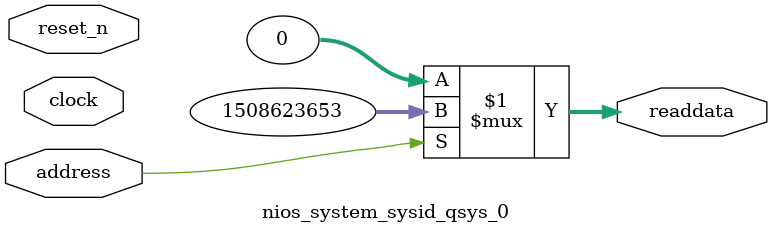
<source format=v>

`timescale 1ns / 1ps
// synthesis translate_on

// turn off superfluous verilog processor warnings 
// altera message_level Level1 
// altera message_off 10034 10035 10036 10037 10230 10240 10030 

module nios_system_sysid_qsys_0 (
               // inputs:
                address,
                clock,
                reset_n,

               // outputs:
                readdata
             )
;

  output  [ 31: 0] readdata;
  input            address;
  input            clock;
  input            reset_n;

  wire    [ 31: 0] readdata;
  //control_slave, which is an e_avalon_slave
  assign readdata = address ? 1508623653 : 0;

endmodule




</source>
